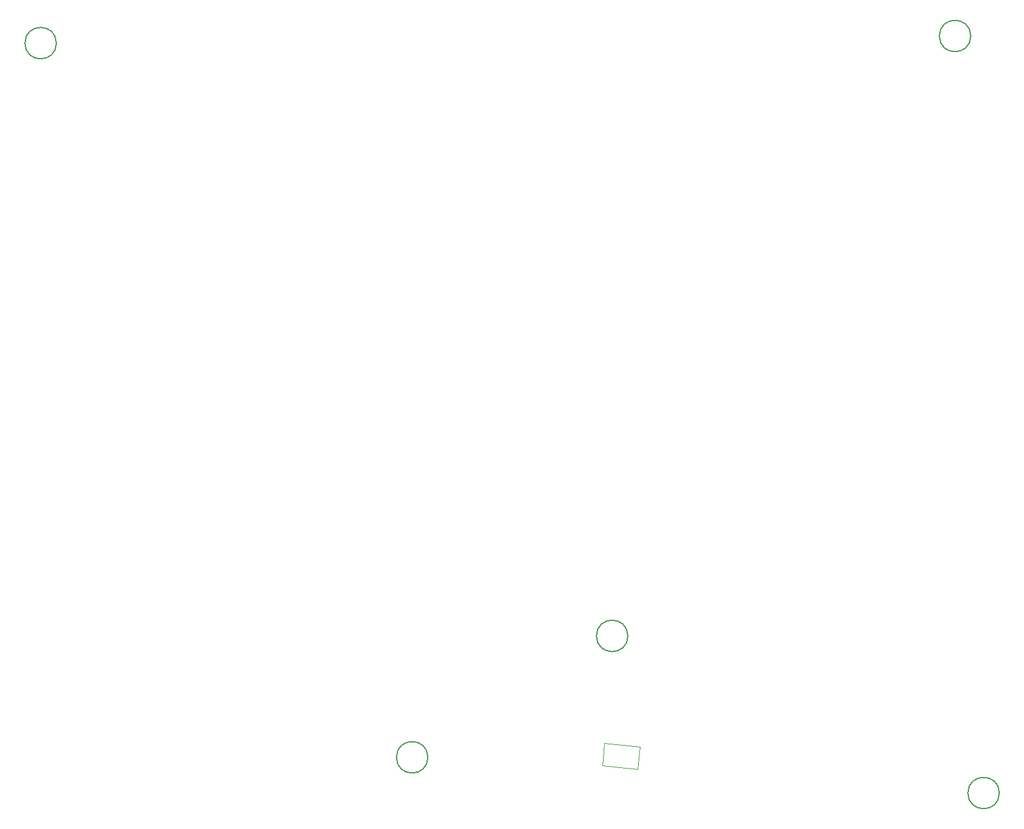
<source format=gbr>
%TF.GenerationSoftware,KiCad,Pcbnew,8.0.1-rc1*%
%TF.CreationDate,2024-04-23T13:15:56-05:00*%
%TF.ProjectId,ergomax_left,6572676f-6d61-4785-9f6c-6566742e6b69,rev?*%
%TF.SameCoordinates,Original*%
%TF.FileFunction,Other,Comment*%
%FSLAX46Y46*%
G04 Gerber Fmt 4.6, Leading zero omitted, Abs format (unit mm)*
G04 Created by KiCad (PCBNEW 8.0.1-rc1) date 2024-04-23 13:15:56*
%MOMM*%
%LPD*%
G01*
G04 APERTURE LIST*
%ADD10C,0.150000*%
%ADD11C,0.100000*%
G04 APERTURE END LIST*
D10*
%TO.C,REF\u002A\u002A*%
X107700000Y-135000000D02*
G75*
G02*
X103300000Y-135000000I-2200000J0D01*
G01*
X103300000Y-135000000D02*
G75*
G02*
X107700000Y-135000000I2200000J0D01*
G01*
X183700000Y-34000000D02*
G75*
G02*
X179300000Y-34000000I-2200000J0D01*
G01*
X179300000Y-34000000D02*
G75*
G02*
X183700000Y-34000000I2200000J0D01*
G01*
X187700000Y-140000000D02*
G75*
G02*
X183300000Y-140000000I-2200000J0D01*
G01*
X183300000Y-140000000D02*
G75*
G02*
X187700000Y-140000000I2200000J0D01*
G01*
X55700000Y-35000000D02*
G75*
G02*
X51300000Y-35000000I-2200000J0D01*
G01*
X51300000Y-35000000D02*
G75*
G02*
X55700000Y-35000000I2200000J0D01*
G01*
X135700000Y-118000000D02*
G75*
G02*
X131300000Y-118000000I-2200000J0D01*
G01*
X131300000Y-118000000D02*
G75*
G02*
X135700000Y-118000000I2200000J0D01*
G01*
D11*
%TO.C,SW36*%
X137355477Y-133489112D02*
X137080930Y-136627126D01*
X132099961Y-136191341D01*
X132374500Y-133053330D01*
X137355477Y-133489112D01*
%TD*%
M02*

</source>
